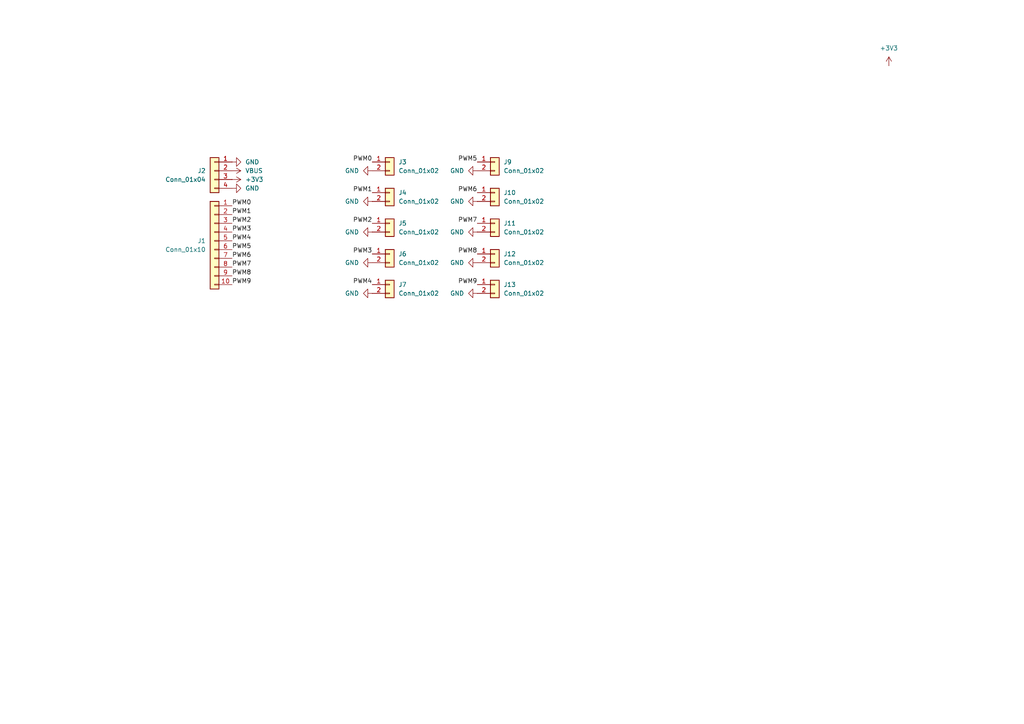
<source format=kicad_sch>
(kicad_sch (version 20250114) (generator "eeschema") (generator_version "9.0")
  (paper "A4")
  (lib_symbols
    (symbol "Connector_Generic:Conn_01x02" (pin_names (offset 1.016) (hide yes))
      (property "Reference" "J" (at 0 2.54 0))
      (property "Value" "Conn_01x02" (at 0 -5.08 0))
      (symbol "Conn_01x02_1_1"
        (rectangle (start -1.27 1.27) (end 1.27 -3.81) (stroke (width 0.254)) (fill (type background)))
        (rectangle (start -1.27 0.127) (end 0 -0.127) (stroke (width 0.1524)))
        (rectangle (start -1.27 -2.413) (end 0 -2.667) (stroke (width 0.1524)))
        (pin passive line (at -5.08 0 0) (length 3.81) (name "Pin_1") (number "1"))
        (pin passive line (at -5.08 -2.54 0) (length 3.81) (name "Pin_2") (number "2"))
      )
    )
    (symbol "Connector_Generic:Conn_01x04" (pin_names (offset 1.016) (hide yes))
      (property "Reference" "J" (at 0 5.08 0))
      (property "Value" "Conn_01x04" (at 0 -7.62 0))
      (symbol "Conn_01x04_1_1"
        (rectangle (start -1.27 3.81) (end 1.27 -6.35) (stroke (width 0.254)) (fill (type background)))
        (rectangle (start -1.27 2.667) (end 0 2.413) (stroke (width 0.1524)))
        (rectangle (start -1.27 0.127) (end 0 -0.127) (stroke (width 0.1524)))
        (rectangle (start -1.27 -2.413) (end 0 -2.667) (stroke (width 0.1524)))
        (rectangle (start -1.27 -4.953) (end 0 -5.207) (stroke (width 0.1524)))
        (pin passive line (at -5.08 2.54 0) (length 3.81) (name "Pin_1") (number "1"))
        (pin passive line (at -5.08 0 0) (length 3.81) (name "Pin_2") (number "2"))
        (pin passive line (at -5.08 -2.54 0) (length 3.81) (name "Pin_3") (number "3"))
        (pin passive line (at -5.08 -5.08 0) (length 3.81) (name "Pin_4") (number "4"))
      )
    )
    (symbol "Connector_Generic:Conn_01x10" (pin_names (offset 1.016) (hide yes))
      (property "Reference" "J" (at 0 12.7 0))
      (property "Value" "Conn_01x10" (at 0 -15.24 0))
      (symbol "Conn_01x10_1_1"
        (rectangle (start -1.27 11.43) (end 1.27 -13.97) (stroke (width 0.254)) (fill (type background)))
        (rectangle (start -1.27 10.287) (end 0 10.033) (stroke (width 0.1524)))
        (rectangle (start -1.27 7.747) (end 0 7.493) (stroke (width 0.1524)))
        (rectangle (start -1.27 5.207) (end 0 4.953) (stroke (width 0.1524)))
        (rectangle (start -1.27 2.667) (end 0 2.413) (stroke (width 0.1524)))
        (rectangle (start -1.27 0.127) (end 0 -0.127) (stroke (width 0.1524)))
        (rectangle (start -1.27 -2.413) (end 0 -2.667) (stroke (width 0.1524)))
        (rectangle (start -1.27 -4.953) (end 0 -5.207) (stroke (width 0.1524)))
        (rectangle (start -1.27 -7.493) (end 0 -7.747) (stroke (width 0.1524)))
        (rectangle (start -1.27 -10.033) (end 0 -10.287) (stroke (width 0.1524)))
        (rectangle (start -1.27 -12.573) (end 0 -12.827) (stroke (width 0.1524)))
        (pin passive line (at -5.08 10.16 0) (length 3.81) (name "Pin_1") (number "1"))
        (pin passive line (at -5.08 7.62 0) (length 3.81) (name "Pin_2") (number "2"))
        (pin passive line (at -5.08 5.08 0) (length 3.81) (name "Pin_3") (number "3"))
        (pin passive line (at -5.08 2.54 0) (length 3.81) (name "Pin_4") (number "4"))
        (pin passive line (at -5.08 0 0) (length 3.81) (name "Pin_5") (number "5"))
        (pin passive line (at -5.08 -2.54 0) (length 3.81) (name "Pin_6") (number "6"))
        (pin passive line (at -5.08 -5.08 0) (length 3.81) (name "Pin_7") (number "7"))
        (pin passive line (at -5.08 -7.62 0) (length 3.81) (name "Pin_8") (number "8"))
        (pin passive line (at -5.08 -10.16 0) (length 3.81) (name "Pin_9") (number "9"))
        (pin passive line (at -5.08 -12.7 0) (length 3.81) (name "Pin_10") (number "10"))
      )
    )
    (symbol "power:+3V3" (power) (pin_numbers (hide yes)) (pin_names (offset 0) (hide yes))
      (property "Value" "+3V3" (at 0 3.556 0))
      (symbol "+3V3_0_1"
        (polyline (pts (xy -0.762 1.27) (xy 0 2.54)))
        (polyline (pts (xy 0 2.54) (xy 0.762 1.27)))
        (polyline (pts (xy 0 0) (xy 0 2.54)))
      )
      (symbol "+3V3_1_1"
        (pin power_in line (at 0 0 90) (length 0) (name "~") (number "1"))
      )
    )
    (symbol "power:GND" (power) (pin_numbers (hide yes)) (pin_names (offset 0) (hide yes))
      (property "Value" "GND" (at 0 -3.81 0))
      (symbol "GND_0_1"
        (polyline (pts (xy 0 0) (xy 0 -1.27) (xy 1.27 -1.27) (xy 0 -2.54) (xy -1.27 -1.27) (xy 0 -1.27)))
      )
      (symbol "GND_1_1"
        (pin power_in line (at 0 0 270) (length 0) (name "~") (number "1"))
      )
    )
    (symbol "power:VBUS" (power) (pin_numbers (hide yes)) (pin_names (offset 0) (hide yes))
      (property "Value" "VBUS" (at 0 3.556 0))
      (symbol "VBUS_0_1"
        (polyline (pts (xy -0.762 1.27) (xy 0 2.54)))
        (polyline (pts (xy 0 2.54) (xy 0.762 1.27)))
        (polyline (pts (xy 0 0) (xy 0 2.54)))
      )
      (symbol "VBUS_1_1"
        (pin power_in line (at 0 0 90) (length 0) (name "~") (number "1"))
      )
    )
  )
  (label "PWM2" (at 107.95 64.77 180))
  (label "PWM6" (at 67.31 74.93 0))
  (label "PWM8" (at 138.43 73.66 180))
  (label "PWM1" (at 67.31 62.23 0))
  (label "PWM2" (at 67.31 64.77 0))
  (label "PWM8" (at 67.31 80.01 0))
  (label "PWM4" (at 107.95 82.55 180))
  (label "PWM9" (at 67.31 82.55 0))
  (label "PWM5" (at 138.43 46.99 180))
  (label "PWM3" (at 67.31 67.31 0))
  (label "PWM1" (at 107.95 55.88 180))
  (label "PWM5" (at 67.31 72.39 0))
  (label "PWM7" (at 138.43 64.77 180))
  (label "PWM6" (at 138.43 55.88 180))
  (label "PWM0" (at 67.31 59.69 0))
  (label "PWM0" (at 107.95 46.99 180))
  (label "PWM3" (at 107.95 73.66 180))
  (label "PWM7" (at 67.31 77.47 0))
  (label "PWM4" (at 67.31 69.85 0))
  (label "PWM9" (at 138.43 82.55 180))
  (symbol (lib_id "Connector_Generic:Conn_01x02") (at 143.51 82.55 0) (unit 1)
    (property "Reference" "J13" (at 146.05 82.5499 0) (effects (justify left)))
    (property "Value" "Conn_01x02" (at 146.05 85.0899 0) (effects (justify left)))
    (property "Footprint" "Connector_JST:JST_GH_BM02B-GHS-TBT_1x02-1MP_P1.25mm_Vertical" (effects (hide yes)))
    (property "Description" "Generic connector, single row, 01x02, script generated (kicad-library-utils/schlib/autogen/connector/)" (effects (hide yes)))
  )
  (symbol (lib_id "power:GND") (at 67.31 46.99 90) (mirror x) (unit 1)
    (property "Reference" "#PWR023" (effects (hide yes)))
    (property "Value" "GND" (at 71.12 46.9899 90) (effects (justify right)))
    (property "Description" "Power symbol creates a global label with name \"GND\" , ground" (effects (hide yes)))
  )
  (symbol (lib_id "Connector_Generic:Conn_01x02") (at 113.03 64.77 0) (unit 1)
    (property "Reference" "J5" (at 115.57 64.7699 0) (effects (justify left)))
    (property "Value" "Conn_01x02" (at 115.57 67.3099 0) (effects (justify left)))
    (property "Footprint" "Connector_JST:JST_GH_BM02B-GHS-TBT_1x02-1MP_P1.25mm_Vertical" (effects (hide yes)))
    (property "Description" "Generic connector, single row, 01x02, script generated (kicad-library-utils/schlib/autogen/connector/)" (effects (hide yes)))
  )
  (symbol (lib_id "power:+3V3") (at 67.31 52.07 270) (mirror x) (unit 1)
    (property "Reference" "#PWR024" (effects (hide yes)))
    (property "Value" "+3V3" (at 71.12 52.0699 90) (effects (justify left)))
    (property "Description" "Power symbol creates a global label with name \"+3V3\"" (effects (hide yes)))
  )
  (symbol (lib_id "power:GND") (at 107.95 76.2 270) (unit 1)
    (property "Reference" "#PWR04" (effects (hide yes)))
    (property "Value" "GND" (at 104.14 76.1999 90) (effects (justify right)))
    (property "Description" "Power symbol creates a global label with name \"GND\" , ground" (effects (hide yes)))
  )
  (symbol (lib_id "Connector_Generic:Conn_01x02") (at 143.51 46.99 0) (unit 1)
    (property "Reference" "J9" (at 146.05 46.9899 0) (effects (justify left)))
    (property "Value" "Conn_01x02" (at 146.05 49.5299 0) (effects (justify left)))
    (property "Footprint" "Connector_JST:JST_GH_BM02B-GHS-TBT_1x02-1MP_P1.25mm_Vertical" (effects (hide yes)))
    (property "Description" "Generic connector, single row, 01x02, script generated (kicad-library-utils/schlib/autogen/connector/)" (effects (hide yes)))
  )
  (symbol (lib_id "Connector_Generic:Conn_01x02") (at 113.03 55.88 0) (unit 1)
    (property "Reference" "J4" (at 115.57 55.8799 0) (effects (justify left)))
    (property "Value" "Conn_01x02" (at 115.57 58.4199 0) (effects (justify left)))
    (property "Footprint" "Connector_JST:JST_GH_BM02B-GHS-TBT_1x02-1MP_P1.25mm_Vertical" (effects (hide yes)))
    (property "Description" "Generic connector, single row, 01x02, script generated (kicad-library-utils/schlib/autogen/connector/)" (effects (hide yes)))
  )
  (symbol (lib_id "power:GND") (at 138.43 49.53 270) (unit 1)
    (property "Reference" "#PWR07" (effects (hide yes)))
    (property "Value" "GND" (at 134.62 49.5299 90) (effects (justify right)))
    (property "Description" "Power symbol creates a global label with name \"GND\" , ground" (effects (hide yes)))
  )
  (symbol (lib_id "Connector_Generic:Conn_01x02") (at 143.51 64.77 0) (unit 1)
    (property "Reference" "J11" (at 146.05 64.7699 0) (effects (justify left)))
    (property "Value" "Conn_01x02" (at 146.05 67.3099 0) (effects (justify left)))
    (property "Footprint" "Connector_JST:JST_GH_BM02B-GHS-TBT_1x02-1MP_P1.25mm_Vertical" (effects (hide yes)))
    (property "Description" "Generic connector, single row, 01x02, script generated (kicad-library-utils/schlib/autogen/connector/)" (effects (hide yes)))
  )
  (symbol (lib_id "Connector_Generic:Conn_01x02") (at 113.03 73.66 0) (unit 1)
    (property "Reference" "J6" (at 115.57 73.6599 0) (effects (justify left)))
    (property "Value" "Conn_01x02" (at 115.57 76.1999 0) (effects (justify left)))
    (property "Footprint" "Connector_JST:JST_GH_BM02B-GHS-TBT_1x02-1MP_P1.25mm_Vertical" (effects (hide yes)))
    (property "Description" "Generic connector, single row, 01x02, script generated (kicad-library-utils/schlib/autogen/connector/)" (effects (hide yes)))
  )
  (symbol (lib_id "Connector_Generic:Conn_01x02") (at 113.03 82.55 0) (unit 1)
    (property "Reference" "J7" (at 115.57 82.5499 0) (effects (justify left)))
    (property "Value" "Conn_01x02" (at 115.57 85.0899 0) (effects (justify left)))
    (property "Footprint" "Connector_JST:JST_GH_BM02B-GHS-TBT_1x02-1MP_P1.25mm_Vertical" (effects (hide yes)))
    (property "Description" "Generic connector, single row, 01x02, script generated (kicad-library-utils/schlib/autogen/connector/)" (effects (hide yes)))
  )
  (symbol (lib_id "Connector_Generic:Conn_01x02") (at 143.51 55.88 0) (unit 1)
    (property "Reference" "J10" (at 146.05 55.8799 0) (effects (justify left)))
    (property "Value" "Conn_01x02" (at 146.05 58.4199 0) (effects (justify left)))
    (property "Footprint" "Connector_JST:JST_GH_BM02B-GHS-TBT_1x02-1MP_P1.25mm_Vertical" (effects (hide yes)))
    (property "Description" "Generic connector, single row, 01x02, script generated (kicad-library-utils/schlib/autogen/connector/)" (effects (hide yes)))
  )
  (symbol (lib_id "Connector_Generic:Conn_01x04") (at 62.23 49.53 0) (mirror y) (unit 1)
    (property "Reference" "J2" (at 59.69 49.5299 0) (effects (justify left)))
    (property "Value" "Conn_01x04" (at 59.69 52.0699 0) (effects (justify left)))
    (property "Footprint" "Connector_PinHeader_2.00mm:PinHeader_1x04_P2.00mm_Vertical_SMD_Pin1Left" (effects (hide yes)))
    (property "Description" "Generic connector, single row, 01x04, script generated (kicad-library-utils/schlib/autogen/connector/)" (effects (hide yes)))
  )
  (symbol (lib_id "power:GND") (at 107.95 58.42 270) (unit 1)
    (property "Reference" "#PWR02" (effects (hide yes)))
    (property "Value" "GND" (at 104.14 58.4199 90) (effects (justify right)))
    (property "Description" "Power symbol creates a global label with name \"GND\" , ground" (effects (hide yes)))
  )
  (symbol (lib_id "power:GND") (at 138.43 58.42 270) (unit 1)
    (property "Reference" "#PWR08" (effects (hide yes)))
    (property "Value" "GND" (at 134.62 58.4199 90) (effects (justify right)))
    (property "Description" "Power symbol creates a global label with name \"GND\" , ground" (effects (hide yes)))
  )
  (symbol (lib_id "power:VBUS") (at 67.31 49.53 270) (mirror x) (unit 1)
    (property "Reference" "#PWR029" (effects (hide yes)))
    (property "Value" "VBUS" (at 71.12 49.5299 90) (effects (justify left)))
    (property "Description" "Power symbol creates a global label with name \"VBUS\"" (effects (hide yes)))
  )
  (symbol (lib_id "power:GND") (at 67.31 54.61 90) (mirror x) (unit 1)
    (property "Reference" "#PWR09" (effects (hide yes)))
    (property "Value" "GND" (at 71.12 54.6099 90) (effects (justify right)))
    (property "Description" "Power symbol creates a global label with name \"GND\" , ground" (effects (hide yes)))
  )
  (symbol (lib_id "Connector_Generic:Conn_01x02") (at 143.51 73.66 0) (unit 1)
    (property "Reference" "J12" (at 146.05 73.6599 0) (effects (justify left)))
    (property "Value" "Conn_01x02" (at 146.05 76.1999 0) (effects (justify left)))
    (property "Footprint" "Connector_JST:JST_GH_BM02B-GHS-TBT_1x02-1MP_P1.25mm_Vertical" (effects (hide yes)))
    (property "Description" "Generic connector, single row, 01x02, script generated (kicad-library-utils/schlib/autogen/connector/)" (effects (hide yes)))
  )
  (symbol (lib_id "power:GND") (at 138.43 67.31 270) (unit 1)
    (property "Reference" "#PWR010" (effects (hide yes)))
    (property "Value" "GND" (at 134.62 67.3099 90) (effects (justify right)))
    (property "Description" "Power symbol creates a global label with name \"GND\" , ground" (effects (hide yes)))
  )
  (symbol (lib_id "Connector_Generic:Conn_01x02") (at 113.03 46.99 0) (unit 1)
    (property "Reference" "J3" (at 115.57 46.9899 0) (effects (justify left)))
    (property "Value" "Conn_01x02" (at 115.57 49.5299 0) (effects (justify left)))
    (property "Footprint" "Connector_JST:JST_GH_BM02B-GHS-TBT_1x02-1MP_P1.25mm_Vertical" (effects (hide yes)))
    (property "Description" "Generic connector, single row, 01x02, script generated (kicad-library-utils/schlib/autogen/connector/)" (effects (hide yes)))
  )
  (symbol (lib_id "power:+3V3") (at 257.81 19.05 0) (unit 1)
    (property "Reference" "#PWR011" (effects (hide yes)))
    (property "Value" "+3V3" (at 257.81 13.97 0))
    (property "Description" "Power symbol creates a global label with name \"+3V3\"" (effects (hide yes)))
  )
  (symbol (lib_id "power:GND") (at 138.43 85.09 270) (unit 1)
    (property "Reference" "#PWR013" (effects (hide yes)))
    (property "Value" "GND" (at 134.62 85.0899 90) (effects (justify right)))
    (property "Description" "Power symbol creates a global label with name \"GND\" , ground" (effects (hide yes)))
  )
  (symbol (lib_id "Connector_Generic:Conn_01x10") (at 62.23 69.85 0) (mirror y) (unit 1)
    (property "Reference" "J1" (at 59.69 69.8499 0) (effects (justify left)))
    (property "Value" "Conn_01x10" (at 59.69 72.3899 0) (effects (justify left)))
    (property "Footprint" "Connector_PinHeader_2.00mm:PinHeader_1x10_P2.00mm_Vertical_SMD_Pin1Left" (effects (hide yes)))
    (property "Description" "Generic connector, single row, 01x10, script generated (kicad-library-utils/schlib/autogen/connector/)" (effects (hide yes)))
  )
  (symbol (lib_id "power:GND") (at 107.95 49.53 270) (unit 1)
    (property "Reference" "#PWR01" (effects (hide yes)))
    (property "Value" "GND" (at 104.14 49.5299 90) (effects (justify right)))
    (property "Description" "Power symbol creates a global label with name \"GND\" , ground" (effects (hide yes)))
  )
  (symbol (lib_id "power:GND") (at 138.43 76.2 270) (unit 1)
    (property "Reference" "#PWR012" (effects (hide yes)))
    (property "Value" "GND" (at 134.62 76.1999 90) (effects (justify right)))
    (property "Description" "Power symbol creates a global label with name \"GND\" , ground" (effects (hide yes)))
  )
  (symbol (lib_id "power:GND") (at 107.95 67.31 270) (unit 1)
    (property "Reference" "#PWR03" (effects (hide yes)))
    (property "Value" "GND" (at 104.14 67.3099 90) (effects (justify right)))
    (property "Description" "Power symbol creates a global label with name \"GND\" , ground" (effects (hide yes)))
  )
  (symbol (lib_id "power:GND") (at 107.95 85.09 270) (unit 1)
    (property "Reference" "#PWR05" (effects (hide yes)))
    (property "Value" "GND" (at 104.14 85.0899 90) (effects (justify right)))
    (property "Description" "Power symbol creates a global label with name \"GND\" , ground" (effects (hide yes)))
  )
)
</source>
